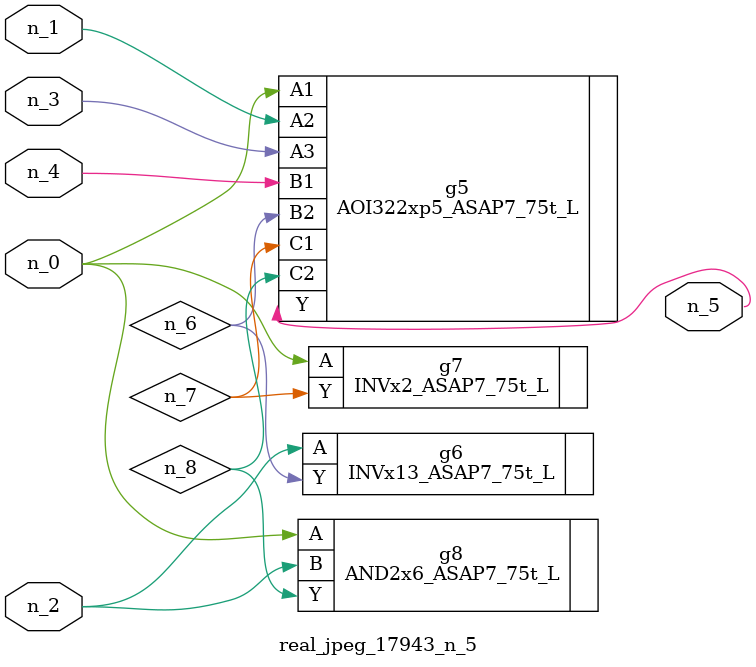
<source format=v>
module real_jpeg_17943_n_5 (n_4, n_0, n_1, n_2, n_3, n_5);

input n_4;
input n_0;
input n_1;
input n_2;
input n_3;

output n_5;

wire n_8;
wire n_6;
wire n_7;

AOI322xp5_ASAP7_75t_L g5 ( 
.A1(n_0),
.A2(n_1),
.A3(n_3),
.B1(n_4),
.B2(n_6),
.C1(n_7),
.C2(n_8),
.Y(n_5)
);

INVx2_ASAP7_75t_L g7 ( 
.A(n_0),
.Y(n_7)
);

AND2x6_ASAP7_75t_L g8 ( 
.A(n_0),
.B(n_2),
.Y(n_8)
);

INVx13_ASAP7_75t_L g6 ( 
.A(n_2),
.Y(n_6)
);


endmodule
</source>
